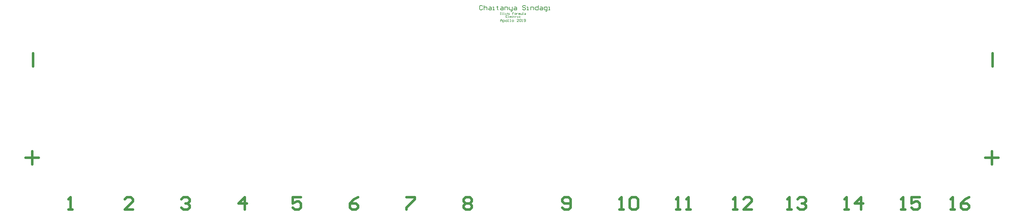
<source format=gto>
G04*
G04 #@! TF.GenerationSoftware,Altium Limited,Altium Designer,19.0.14 (431)*
G04*
G04 Layer_Color=65535*
%FSLAX25Y25*%
%MOIN*%
G70*
G01*
G75*
%ADD10C,0.03937*%
%ADD11C,0.00984*%
%ADD12C,0.00709*%
%ADD13C,0.00600*%
D10*
X-775591Y-74808D02*
X-754600D01*
X-765095Y-64313D02*
Y-85303D01*
X-78346Y-141081D02*
X-75067Y-137802D01*
X-68507D01*
X-65227Y-141081D01*
Y-144361D01*
X-68507Y-147641D01*
X-65227Y-150921D01*
Y-154200D01*
X-68507Y-157480D01*
X-75067D01*
X-78346Y-154200D01*
Y-150921D01*
X-75067Y-147641D01*
X-78346Y-144361D01*
Y-141081D01*
X-75067Y-147641D02*
X-68507D01*
X-707480Y-157480D02*
X-700921D01*
X-704201D01*
Y-137802D01*
X-707480Y-141081D01*
X-426775Y-157480D02*
Y-137802D01*
X-436614Y-147641D01*
X-423495D01*
X696850Y-157480D02*
X703410D01*
X700130D01*
Y-137802D01*
X696850Y-141081D01*
X726368Y-137802D02*
X719809Y-141081D01*
X713249Y-147641D01*
Y-154200D01*
X716529Y-157480D01*
X723089D01*
X726368Y-154200D01*
Y-150921D01*
X723089Y-147641D01*
X713249D01*
X-169291Y-137802D02*
X-156172D01*
Y-141081D01*
X-169291Y-154200D01*
Y-157480D01*
X-763774Y70866D02*
Y91857D01*
X169685Y-157480D02*
X176245D01*
X172965D01*
Y-137802D01*
X169685Y-141081D01*
X186084D02*
X189364Y-137802D01*
X195923D01*
X199203Y-141081D01*
Y-154200D01*
X195923Y-157480D01*
X189364D01*
X186084Y-154200D01*
Y-141081D01*
X763785Y70866D02*
Y91857D01*
X350787Y-157480D02*
X357347D01*
X354067D01*
Y-137802D01*
X350787Y-141081D01*
X380306Y-157480D02*
X367186D01*
X380306Y-144361D01*
Y-141081D01*
X377026Y-137802D01*
X370466D01*
X367186Y-141081D01*
X751968Y-74808D02*
X772959D01*
X762464Y-64313D02*
Y-85303D01*
X527953Y-157480D02*
X534512D01*
X531233D01*
Y-137802D01*
X527953Y-141081D01*
X554191Y-157480D02*
Y-137802D01*
X544352Y-147641D01*
X557471D01*
X259842Y-157480D02*
X266402D01*
X263122D01*
Y-137802D01*
X259842Y-141081D01*
X276241Y-157480D02*
X282801D01*
X279521D01*
Y-137802D01*
X276241Y-141081D01*
X-527559D02*
X-524279Y-137802D01*
X-517720D01*
X-514440Y-141081D01*
Y-144361D01*
X-517720Y-147641D01*
X-520999D01*
X-517720D01*
X-514440Y-150921D01*
Y-154200D01*
X-517720Y-157480D01*
X-524279D01*
X-527559Y-154200D01*
X618110Y-157480D02*
X624670D01*
X621390D01*
Y-137802D01*
X618110Y-141081D01*
X647628Y-137802D02*
X634509D01*
Y-147641D01*
X641069Y-144361D01*
X644348D01*
X647628Y-147641D01*
Y-154200D01*
X644348Y-157480D01*
X637789D01*
X634509Y-154200D01*
X437008Y-157480D02*
X443567D01*
X440288D01*
Y-137802D01*
X437008Y-141081D01*
X453407D02*
X456686Y-137802D01*
X463246D01*
X466526Y-141081D01*
Y-144361D01*
X463246Y-147641D01*
X459966D01*
X463246D01*
X466526Y-150921D01*
Y-154200D01*
X463246Y-157480D01*
X456686D01*
X453407Y-154200D01*
X-604597Y-157480D02*
X-617717D01*
X-604597Y-144361D01*
Y-141081D01*
X-607877Y-137802D01*
X-614437D01*
X-617717Y-141081D01*
X-337275Y-137802D02*
X-350394D01*
Y-147641D01*
X-343834Y-144361D01*
X-340554D01*
X-337275Y-147641D01*
Y-154200D01*
X-340554Y-157480D01*
X-347114D01*
X-350394Y-154200D01*
X78740D02*
X82020Y-157480D01*
X88579D01*
X91859Y-154200D01*
Y-141081D01*
X88579Y-137802D01*
X82020D01*
X78740Y-141081D01*
Y-144361D01*
X82020Y-147641D01*
X91859D01*
X-246330Y-137802D02*
X-252889Y-141081D01*
X-259449Y-147641D01*
Y-154200D01*
X-256169Y-157480D01*
X-249609D01*
X-246330Y-154200D01*
Y-150921D01*
X-249609Y-147641D01*
X-259449D01*
D11*
X-48407Y167321D02*
X-49588Y168502D01*
X-51949D01*
X-53130Y167321D01*
Y162598D01*
X-51949Y161417D01*
X-49588D01*
X-48407Y162598D01*
X-46046Y168502D02*
Y161417D01*
Y164960D01*
X-44865Y166140D01*
X-42503D01*
X-41323Y164960D01*
Y161417D01*
X-37780Y166140D02*
X-35419D01*
X-34238Y164960D01*
Y161417D01*
X-37780D01*
X-38961Y162598D01*
X-37780Y163779D01*
X-34238D01*
X-31877Y161417D02*
X-29515D01*
X-30696D01*
Y166140D01*
X-31877D01*
X-24793Y167321D02*
Y166140D01*
X-25973D01*
X-23612D01*
X-24793D01*
Y162598D01*
X-23612Y161417D01*
X-18889Y166140D02*
X-16528D01*
X-15347Y164960D01*
Y161417D01*
X-18889D01*
X-20070Y162598D01*
X-18889Y163779D01*
X-15347D01*
X-12985Y161417D02*
Y166140D01*
X-9443D01*
X-8263Y164960D01*
Y161417D01*
X-5901Y166140D02*
Y162598D01*
X-4720Y161417D01*
X-1178D01*
Y160237D01*
X-2359Y159056D01*
X-3540D01*
X-1178Y161417D02*
Y166140D01*
X2364D02*
X4725D01*
X5906Y164960D01*
Y161417D01*
X2364D01*
X1183Y162598D01*
X2364Y163779D01*
X5906D01*
X20075Y167321D02*
X18894Y168502D01*
X16533D01*
X15352Y167321D01*
Y166140D01*
X16533Y164960D01*
X18894D01*
X20075Y163779D01*
Y162598D01*
X18894Y161417D01*
X16533D01*
X15352Y162598D01*
X22436Y161417D02*
X24798D01*
X23617D01*
Y166140D01*
X22436D01*
X28340Y161417D02*
Y166140D01*
X31882D01*
X33063Y164960D01*
Y161417D01*
X40147Y168502D02*
Y161417D01*
X36605D01*
X35424Y162598D01*
Y164960D01*
X36605Y166140D01*
X40147D01*
X43689D02*
X46051D01*
X47231Y164960D01*
Y161417D01*
X43689D01*
X42508Y162598D01*
X43689Y163779D01*
X47231D01*
X51954Y159056D02*
X53135D01*
X54316Y160237D01*
Y166140D01*
X50774D01*
X49593Y164960D01*
Y162598D01*
X50774Y161417D01*
X54316D01*
X56677D02*
X59039D01*
X57858D01*
Y166140D01*
X56677D01*
D12*
X-19685Y142323D02*
Y144947D01*
X-18373Y146259D01*
X-17061Y144947D01*
Y142323D01*
Y144291D01*
X-19685D01*
X-15749Y141011D02*
Y144947D01*
X-13781D01*
X-13126Y144291D01*
Y142979D01*
X-13781Y142323D01*
X-15749D01*
X-11158D02*
X-9846D01*
X-9190Y142979D01*
Y144291D01*
X-9846Y144947D01*
X-11158D01*
X-11814Y144291D01*
Y142979D01*
X-11158Y142323D01*
X-7878D02*
X-6566D01*
X-7222D01*
Y146259D01*
X-7878D01*
X-4598Y142323D02*
X-3286D01*
X-3942D01*
Y146259D01*
X-4598D01*
X-662Y142323D02*
X650D01*
X1306Y142979D01*
Y144291D01*
X650Y144947D01*
X-662D01*
X-1318Y144291D01*
Y142979D01*
X-662Y142323D01*
X9177D02*
X6553D01*
X9177Y144947D01*
Y145603D01*
X8521Y146259D01*
X7209D01*
X6553Y145603D01*
X10489D02*
X11145Y146259D01*
X12457D01*
X13113Y145603D01*
Y142979D01*
X12457Y142323D01*
X11145D01*
X10489Y142979D01*
Y145603D01*
X14425Y142323D02*
X15737D01*
X15081D01*
Y146259D01*
X14425Y145603D01*
X17705Y142979D02*
X18360Y142323D01*
X19672D01*
X20328Y142979D01*
Y145603D01*
X19672Y146259D01*
X18360D01*
X17705Y145603D01*
Y144947D01*
X18360Y144291D01*
X20328D01*
D13*
X-8891Y152215D02*
X-11024D01*
Y149016D01*
X-8891D01*
X-11024Y150615D02*
X-9957D01*
X-7825Y149016D02*
X-6758D01*
X-7292D01*
Y152215D01*
X-7825D01*
X-3559Y149016D02*
X-4626D01*
X-5159Y149549D01*
Y150615D01*
X-4626Y151148D01*
X-3559D01*
X-3026Y150615D01*
Y150082D01*
X-5159D01*
X173Y151148D02*
X-1427D01*
X-1960Y150615D01*
Y149549D01*
X-1427Y149016D01*
X173D01*
X1772Y151681D02*
Y151148D01*
X1239D01*
X2305D01*
X1772D01*
Y149549D01*
X2305Y149016D01*
X3905Y151148D02*
Y149016D01*
Y150082D01*
X4438Y150615D01*
X4971Y151148D01*
X5504D01*
X7104Y149016D02*
X8170D01*
X7637D01*
Y151148D01*
X7104D01*
X11902D02*
X10303D01*
X9770Y150615D01*
Y149549D01*
X10303Y149016D01*
X11902D01*
X-20079Y156939D02*
X-19012D01*
X-19546D01*
Y153740D01*
X-20079D01*
X-19012D01*
X-17413D02*
X-16347D01*
X-16880D01*
Y156939D01*
X-17413D01*
X-14747Y153740D02*
X-13681D01*
X-14214D01*
Y156939D01*
X-14747D01*
X-12081Y153740D02*
X-11015D01*
X-11548D01*
Y155873D01*
X-12081D01*
X-9415Y153740D02*
Y155873D01*
X-7816D01*
X-7283Y155340D01*
Y153740D01*
X-6217D02*
X-5150D01*
X-5683D01*
Y155873D01*
X-6217D01*
X1781Y156939D02*
X-352D01*
Y155340D01*
X715D01*
X-352D01*
Y153740D01*
X3380D02*
X4447D01*
X4980Y154273D01*
Y155340D01*
X4447Y155873D01*
X3380D01*
X2847Y155340D01*
Y154273D01*
X3380Y153740D01*
X6046Y155873D02*
Y153740D01*
Y154806D01*
X6579Y155340D01*
X7113Y155873D01*
X7646D01*
X9245Y153740D02*
Y155873D01*
X9778D01*
X10311Y155340D01*
Y153740D01*
Y155340D01*
X10845Y155873D01*
X11378Y155340D01*
Y153740D01*
X12444Y155873D02*
Y154273D01*
X12977Y153740D01*
X14577D01*
Y155873D01*
X15643Y153740D02*
X16709D01*
X16176D01*
Y156939D01*
X15643D01*
X18842Y155873D02*
X19908D01*
X20441Y155340D01*
Y153740D01*
X18842D01*
X18309Y154273D01*
X18842Y154806D01*
X20441D01*
M02*

</source>
